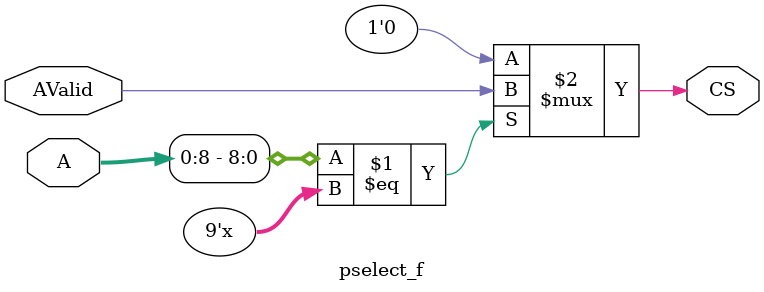
<source format=v>
module pselect_f (A, AValid, CS);

parameter C_AB  = 9;
parameter C_AW  = 32;
parameter [0:C_AW - 1] C_BAR =  'bz;
parameter C_FAMILY  = "nofamily";
input[0:C_AW-1] A; 
input AValid; 
output CS; 
wire CS;
parameter [0:C_AB-1]BAR = C_BAR[0:C_AB-1];

//----------------------------------------------------------------------------
// Build a behavioral decoder
//----------------------------------------------------------------------------
generate
if (C_AB > 0) begin : XST_WA
assign CS = (A[0:C_AB - 1] == BAR[0:C_AB - 1]) ? AValid : 1'b0 ;
end
endgenerate

generate
if (C_AB == 0) begin : PASS_ON_GEN
assign CS = AValid ;
end
endgenerate
endmodule

</source>
